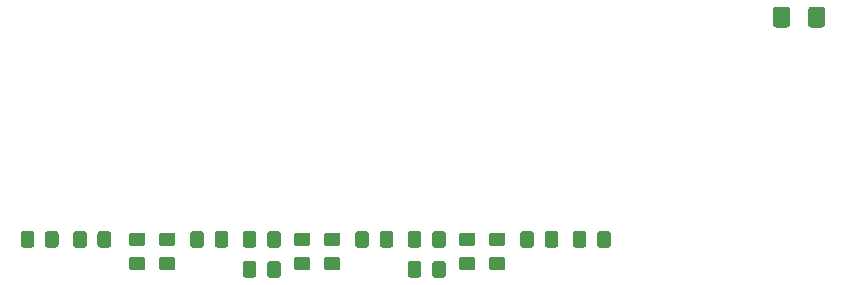
<source format=gbr>
G04 #@! TF.GenerationSoftware,KiCad,Pcbnew,(5.1.5)-3*
G04 #@! TF.CreationDate,2021-02-17T23:25:52-05:00*
G04 #@! TF.ProjectId,AM Bandpass Filter,414d2042-616e-4647-9061-73732046696c,rev?*
G04 #@! TF.SameCoordinates,Original*
G04 #@! TF.FileFunction,Paste,Top*
G04 #@! TF.FilePolarity,Positive*
%FSLAX46Y46*%
G04 Gerber Fmt 4.6, Leading zero omitted, Abs format (unit mm)*
G04 Created by KiCad (PCBNEW (5.1.5)-3) date 2021-02-17 23:25:52*
%MOMM*%
%LPD*%
G04 APERTURE LIST*
%ADD10C,0.100000*%
G04 APERTURE END LIST*
D10*
G36*
X211794504Y-77056204D02*
G01*
X211818773Y-77059804D01*
X211842571Y-77065765D01*
X211865671Y-77074030D01*
X211887849Y-77084520D01*
X211908893Y-77097133D01*
X211928598Y-77111747D01*
X211946777Y-77128223D01*
X211963253Y-77146402D01*
X211977867Y-77166107D01*
X211990480Y-77187151D01*
X212000970Y-77209329D01*
X212009235Y-77232429D01*
X212015196Y-77256227D01*
X212018796Y-77280496D01*
X212020000Y-77305000D01*
X212020000Y-78555000D01*
X212018796Y-78579504D01*
X212015196Y-78603773D01*
X212009235Y-78627571D01*
X212000970Y-78650671D01*
X211990480Y-78672849D01*
X211977867Y-78693893D01*
X211963253Y-78713598D01*
X211946777Y-78731777D01*
X211928598Y-78748253D01*
X211908893Y-78762867D01*
X211887849Y-78775480D01*
X211865671Y-78785970D01*
X211842571Y-78794235D01*
X211818773Y-78800196D01*
X211794504Y-78803796D01*
X211770000Y-78805000D01*
X210845000Y-78805000D01*
X210820496Y-78803796D01*
X210796227Y-78800196D01*
X210772429Y-78794235D01*
X210749329Y-78785970D01*
X210727151Y-78775480D01*
X210706107Y-78762867D01*
X210686402Y-78748253D01*
X210668223Y-78731777D01*
X210651747Y-78713598D01*
X210637133Y-78693893D01*
X210624520Y-78672849D01*
X210614030Y-78650671D01*
X210605765Y-78627571D01*
X210599804Y-78603773D01*
X210596204Y-78579504D01*
X210595000Y-78555000D01*
X210595000Y-77305000D01*
X210596204Y-77280496D01*
X210599804Y-77256227D01*
X210605765Y-77232429D01*
X210614030Y-77209329D01*
X210624520Y-77187151D01*
X210637133Y-77166107D01*
X210651747Y-77146402D01*
X210668223Y-77128223D01*
X210686402Y-77111747D01*
X210706107Y-77097133D01*
X210727151Y-77084520D01*
X210749329Y-77074030D01*
X210772429Y-77065765D01*
X210796227Y-77059804D01*
X210820496Y-77056204D01*
X210845000Y-77055000D01*
X211770000Y-77055000D01*
X211794504Y-77056204D01*
G37*
G36*
X208819504Y-77056204D02*
G01*
X208843773Y-77059804D01*
X208867571Y-77065765D01*
X208890671Y-77074030D01*
X208912849Y-77084520D01*
X208933893Y-77097133D01*
X208953598Y-77111747D01*
X208971777Y-77128223D01*
X208988253Y-77146402D01*
X209002867Y-77166107D01*
X209015480Y-77187151D01*
X209025970Y-77209329D01*
X209034235Y-77232429D01*
X209040196Y-77256227D01*
X209043796Y-77280496D01*
X209045000Y-77305000D01*
X209045000Y-78555000D01*
X209043796Y-78579504D01*
X209040196Y-78603773D01*
X209034235Y-78627571D01*
X209025970Y-78650671D01*
X209015480Y-78672849D01*
X209002867Y-78693893D01*
X208988253Y-78713598D01*
X208971777Y-78731777D01*
X208953598Y-78748253D01*
X208933893Y-78762867D01*
X208912849Y-78775480D01*
X208890671Y-78785970D01*
X208867571Y-78794235D01*
X208843773Y-78800196D01*
X208819504Y-78803796D01*
X208795000Y-78805000D01*
X207870000Y-78805000D01*
X207845496Y-78803796D01*
X207821227Y-78800196D01*
X207797429Y-78794235D01*
X207774329Y-78785970D01*
X207752151Y-78775480D01*
X207731107Y-78762867D01*
X207711402Y-78748253D01*
X207693223Y-78731777D01*
X207676747Y-78713598D01*
X207662133Y-78693893D01*
X207649520Y-78672849D01*
X207639030Y-78650671D01*
X207630765Y-78627571D01*
X207624804Y-78603773D01*
X207621204Y-78579504D01*
X207620000Y-78555000D01*
X207620000Y-77305000D01*
X207621204Y-77280496D01*
X207624804Y-77256227D01*
X207630765Y-77232429D01*
X207639030Y-77209329D01*
X207649520Y-77187151D01*
X207662133Y-77166107D01*
X207676747Y-77146402D01*
X207693223Y-77128223D01*
X207711402Y-77111747D01*
X207731107Y-77097133D01*
X207752151Y-77084520D01*
X207774329Y-77074030D01*
X207797429Y-77065765D01*
X207821227Y-77059804D01*
X207845496Y-77056204D01*
X207870000Y-77055000D01*
X208795000Y-77055000D01*
X208819504Y-77056204D01*
G37*
G36*
X179674505Y-98581204D02*
G01*
X179698773Y-98584804D01*
X179722572Y-98590765D01*
X179745671Y-98599030D01*
X179767850Y-98609520D01*
X179788893Y-98622132D01*
X179808599Y-98636747D01*
X179826777Y-98653223D01*
X179843253Y-98671401D01*
X179857868Y-98691107D01*
X179870480Y-98712150D01*
X179880970Y-98734329D01*
X179889235Y-98757428D01*
X179895196Y-98781227D01*
X179898796Y-98805495D01*
X179900000Y-98829999D01*
X179900000Y-99730001D01*
X179898796Y-99754505D01*
X179895196Y-99778773D01*
X179889235Y-99802572D01*
X179880970Y-99825671D01*
X179870480Y-99847850D01*
X179857868Y-99868893D01*
X179843253Y-99888599D01*
X179826777Y-99906777D01*
X179808599Y-99923253D01*
X179788893Y-99937868D01*
X179767850Y-99950480D01*
X179745671Y-99960970D01*
X179722572Y-99969235D01*
X179698773Y-99975196D01*
X179674505Y-99978796D01*
X179650001Y-99980000D01*
X178999999Y-99980000D01*
X178975495Y-99978796D01*
X178951227Y-99975196D01*
X178927428Y-99969235D01*
X178904329Y-99960970D01*
X178882150Y-99950480D01*
X178861107Y-99937868D01*
X178841401Y-99923253D01*
X178823223Y-99906777D01*
X178806747Y-99888599D01*
X178792132Y-99868893D01*
X178779520Y-99847850D01*
X178769030Y-99825671D01*
X178760765Y-99802572D01*
X178754804Y-99778773D01*
X178751204Y-99754505D01*
X178750000Y-99730001D01*
X178750000Y-98829999D01*
X178751204Y-98805495D01*
X178754804Y-98781227D01*
X178760765Y-98757428D01*
X178769030Y-98734329D01*
X178779520Y-98712150D01*
X178792132Y-98691107D01*
X178806747Y-98671401D01*
X178823223Y-98653223D01*
X178841401Y-98636747D01*
X178861107Y-98622132D01*
X178882150Y-98609520D01*
X178904329Y-98599030D01*
X178927428Y-98590765D01*
X178951227Y-98584804D01*
X178975495Y-98581204D01*
X178999999Y-98580000D01*
X179650001Y-98580000D01*
X179674505Y-98581204D01*
G37*
G36*
X177624505Y-98581204D02*
G01*
X177648773Y-98584804D01*
X177672572Y-98590765D01*
X177695671Y-98599030D01*
X177717850Y-98609520D01*
X177738893Y-98622132D01*
X177758599Y-98636747D01*
X177776777Y-98653223D01*
X177793253Y-98671401D01*
X177807868Y-98691107D01*
X177820480Y-98712150D01*
X177830970Y-98734329D01*
X177839235Y-98757428D01*
X177845196Y-98781227D01*
X177848796Y-98805495D01*
X177850000Y-98829999D01*
X177850000Y-99730001D01*
X177848796Y-99754505D01*
X177845196Y-99778773D01*
X177839235Y-99802572D01*
X177830970Y-99825671D01*
X177820480Y-99847850D01*
X177807868Y-99868893D01*
X177793253Y-99888599D01*
X177776777Y-99906777D01*
X177758599Y-99923253D01*
X177738893Y-99937868D01*
X177717850Y-99950480D01*
X177695671Y-99960970D01*
X177672572Y-99969235D01*
X177648773Y-99975196D01*
X177624505Y-99978796D01*
X177600001Y-99980000D01*
X176949999Y-99980000D01*
X176925495Y-99978796D01*
X176901227Y-99975196D01*
X176877428Y-99969235D01*
X176854329Y-99960970D01*
X176832150Y-99950480D01*
X176811107Y-99937868D01*
X176791401Y-99923253D01*
X176773223Y-99906777D01*
X176756747Y-99888599D01*
X176742132Y-99868893D01*
X176729520Y-99847850D01*
X176719030Y-99825671D01*
X176710765Y-99802572D01*
X176704804Y-99778773D01*
X176701204Y-99754505D01*
X176700000Y-99730001D01*
X176700000Y-98829999D01*
X176701204Y-98805495D01*
X176704804Y-98781227D01*
X176710765Y-98757428D01*
X176719030Y-98734329D01*
X176729520Y-98712150D01*
X176742132Y-98691107D01*
X176756747Y-98671401D01*
X176773223Y-98653223D01*
X176791401Y-98636747D01*
X176811107Y-98622132D01*
X176832150Y-98609520D01*
X176854329Y-98599030D01*
X176877428Y-98590765D01*
X176901227Y-98584804D01*
X176925495Y-98581204D01*
X176949999Y-98580000D01*
X177600001Y-98580000D01*
X177624505Y-98581204D01*
G37*
G36*
X165704505Y-98581204D02*
G01*
X165728773Y-98584804D01*
X165752572Y-98590765D01*
X165775671Y-98599030D01*
X165797850Y-98609520D01*
X165818893Y-98622132D01*
X165838599Y-98636747D01*
X165856777Y-98653223D01*
X165873253Y-98671401D01*
X165887868Y-98691107D01*
X165900480Y-98712150D01*
X165910970Y-98734329D01*
X165919235Y-98757428D01*
X165925196Y-98781227D01*
X165928796Y-98805495D01*
X165930000Y-98829999D01*
X165930000Y-99730001D01*
X165928796Y-99754505D01*
X165925196Y-99778773D01*
X165919235Y-99802572D01*
X165910970Y-99825671D01*
X165900480Y-99847850D01*
X165887868Y-99868893D01*
X165873253Y-99888599D01*
X165856777Y-99906777D01*
X165838599Y-99923253D01*
X165818893Y-99937868D01*
X165797850Y-99950480D01*
X165775671Y-99960970D01*
X165752572Y-99969235D01*
X165728773Y-99975196D01*
X165704505Y-99978796D01*
X165680001Y-99980000D01*
X165029999Y-99980000D01*
X165005495Y-99978796D01*
X164981227Y-99975196D01*
X164957428Y-99969235D01*
X164934329Y-99960970D01*
X164912150Y-99950480D01*
X164891107Y-99937868D01*
X164871401Y-99923253D01*
X164853223Y-99906777D01*
X164836747Y-99888599D01*
X164822132Y-99868893D01*
X164809520Y-99847850D01*
X164799030Y-99825671D01*
X164790765Y-99802572D01*
X164784804Y-99778773D01*
X164781204Y-99754505D01*
X164780000Y-99730001D01*
X164780000Y-98829999D01*
X164781204Y-98805495D01*
X164784804Y-98781227D01*
X164790765Y-98757428D01*
X164799030Y-98734329D01*
X164809520Y-98712150D01*
X164822132Y-98691107D01*
X164836747Y-98671401D01*
X164853223Y-98653223D01*
X164871401Y-98636747D01*
X164891107Y-98622132D01*
X164912150Y-98609520D01*
X164934329Y-98599030D01*
X164957428Y-98590765D01*
X164981227Y-98584804D01*
X165005495Y-98581204D01*
X165029999Y-98580000D01*
X165680001Y-98580000D01*
X165704505Y-98581204D01*
G37*
G36*
X163654505Y-98581204D02*
G01*
X163678773Y-98584804D01*
X163702572Y-98590765D01*
X163725671Y-98599030D01*
X163747850Y-98609520D01*
X163768893Y-98622132D01*
X163788599Y-98636747D01*
X163806777Y-98653223D01*
X163823253Y-98671401D01*
X163837868Y-98691107D01*
X163850480Y-98712150D01*
X163860970Y-98734329D01*
X163869235Y-98757428D01*
X163875196Y-98781227D01*
X163878796Y-98805495D01*
X163880000Y-98829999D01*
X163880000Y-99730001D01*
X163878796Y-99754505D01*
X163875196Y-99778773D01*
X163869235Y-99802572D01*
X163860970Y-99825671D01*
X163850480Y-99847850D01*
X163837868Y-99868893D01*
X163823253Y-99888599D01*
X163806777Y-99906777D01*
X163788599Y-99923253D01*
X163768893Y-99937868D01*
X163747850Y-99950480D01*
X163725671Y-99960970D01*
X163702572Y-99969235D01*
X163678773Y-99975196D01*
X163654505Y-99978796D01*
X163630001Y-99980000D01*
X162979999Y-99980000D01*
X162955495Y-99978796D01*
X162931227Y-99975196D01*
X162907428Y-99969235D01*
X162884329Y-99960970D01*
X162862150Y-99950480D01*
X162841107Y-99937868D01*
X162821401Y-99923253D01*
X162803223Y-99906777D01*
X162786747Y-99888599D01*
X162772132Y-99868893D01*
X162759520Y-99847850D01*
X162749030Y-99825671D01*
X162740765Y-99802572D01*
X162734804Y-99778773D01*
X162731204Y-99754505D01*
X162730000Y-99730001D01*
X162730000Y-98829999D01*
X162731204Y-98805495D01*
X162734804Y-98781227D01*
X162740765Y-98757428D01*
X162749030Y-98734329D01*
X162759520Y-98712150D01*
X162772132Y-98691107D01*
X162786747Y-98671401D01*
X162803223Y-98653223D01*
X162821401Y-98636747D01*
X162841107Y-98622132D01*
X162862150Y-98609520D01*
X162884329Y-98599030D01*
X162907428Y-98590765D01*
X162931227Y-98584804D01*
X162955495Y-98581204D01*
X162979999Y-98580000D01*
X163630001Y-98580000D01*
X163654505Y-98581204D01*
G37*
G36*
X179674505Y-96041204D02*
G01*
X179698773Y-96044804D01*
X179722572Y-96050765D01*
X179745671Y-96059030D01*
X179767850Y-96069520D01*
X179788893Y-96082132D01*
X179808599Y-96096747D01*
X179826777Y-96113223D01*
X179843253Y-96131401D01*
X179857868Y-96151107D01*
X179870480Y-96172150D01*
X179880970Y-96194329D01*
X179889235Y-96217428D01*
X179895196Y-96241227D01*
X179898796Y-96265495D01*
X179900000Y-96289999D01*
X179900000Y-97190001D01*
X179898796Y-97214505D01*
X179895196Y-97238773D01*
X179889235Y-97262572D01*
X179880970Y-97285671D01*
X179870480Y-97307850D01*
X179857868Y-97328893D01*
X179843253Y-97348599D01*
X179826777Y-97366777D01*
X179808599Y-97383253D01*
X179788893Y-97397868D01*
X179767850Y-97410480D01*
X179745671Y-97420970D01*
X179722572Y-97429235D01*
X179698773Y-97435196D01*
X179674505Y-97438796D01*
X179650001Y-97440000D01*
X178999999Y-97440000D01*
X178975495Y-97438796D01*
X178951227Y-97435196D01*
X178927428Y-97429235D01*
X178904329Y-97420970D01*
X178882150Y-97410480D01*
X178861107Y-97397868D01*
X178841401Y-97383253D01*
X178823223Y-97366777D01*
X178806747Y-97348599D01*
X178792132Y-97328893D01*
X178779520Y-97307850D01*
X178769030Y-97285671D01*
X178760765Y-97262572D01*
X178754804Y-97238773D01*
X178751204Y-97214505D01*
X178750000Y-97190001D01*
X178750000Y-96289999D01*
X178751204Y-96265495D01*
X178754804Y-96241227D01*
X178760765Y-96217428D01*
X178769030Y-96194329D01*
X178779520Y-96172150D01*
X178792132Y-96151107D01*
X178806747Y-96131401D01*
X178823223Y-96113223D01*
X178841401Y-96096747D01*
X178861107Y-96082132D01*
X178882150Y-96069520D01*
X178904329Y-96059030D01*
X178927428Y-96050765D01*
X178951227Y-96044804D01*
X178975495Y-96041204D01*
X178999999Y-96040000D01*
X179650001Y-96040000D01*
X179674505Y-96041204D01*
G37*
G36*
X177624505Y-96041204D02*
G01*
X177648773Y-96044804D01*
X177672572Y-96050765D01*
X177695671Y-96059030D01*
X177717850Y-96069520D01*
X177738893Y-96082132D01*
X177758599Y-96096747D01*
X177776777Y-96113223D01*
X177793253Y-96131401D01*
X177807868Y-96151107D01*
X177820480Y-96172150D01*
X177830970Y-96194329D01*
X177839235Y-96217428D01*
X177845196Y-96241227D01*
X177848796Y-96265495D01*
X177850000Y-96289999D01*
X177850000Y-97190001D01*
X177848796Y-97214505D01*
X177845196Y-97238773D01*
X177839235Y-97262572D01*
X177830970Y-97285671D01*
X177820480Y-97307850D01*
X177807868Y-97328893D01*
X177793253Y-97348599D01*
X177776777Y-97366777D01*
X177758599Y-97383253D01*
X177738893Y-97397868D01*
X177717850Y-97410480D01*
X177695671Y-97420970D01*
X177672572Y-97429235D01*
X177648773Y-97435196D01*
X177624505Y-97438796D01*
X177600001Y-97440000D01*
X176949999Y-97440000D01*
X176925495Y-97438796D01*
X176901227Y-97435196D01*
X176877428Y-97429235D01*
X176854329Y-97420970D01*
X176832150Y-97410480D01*
X176811107Y-97397868D01*
X176791401Y-97383253D01*
X176773223Y-97366777D01*
X176756747Y-97348599D01*
X176742132Y-97328893D01*
X176729520Y-97307850D01*
X176719030Y-97285671D01*
X176710765Y-97262572D01*
X176704804Y-97238773D01*
X176701204Y-97214505D01*
X176700000Y-97190001D01*
X176700000Y-96289999D01*
X176701204Y-96265495D01*
X176704804Y-96241227D01*
X176710765Y-96217428D01*
X176719030Y-96194329D01*
X176729520Y-96172150D01*
X176742132Y-96151107D01*
X176756747Y-96131401D01*
X176773223Y-96113223D01*
X176791401Y-96096747D01*
X176811107Y-96082132D01*
X176832150Y-96069520D01*
X176854329Y-96059030D01*
X176877428Y-96050765D01*
X176901227Y-96044804D01*
X176925495Y-96041204D01*
X176949999Y-96040000D01*
X177600001Y-96040000D01*
X177624505Y-96041204D01*
G37*
G36*
X193644505Y-96041204D02*
G01*
X193668773Y-96044804D01*
X193692572Y-96050765D01*
X193715671Y-96059030D01*
X193737850Y-96069520D01*
X193758893Y-96082132D01*
X193778599Y-96096747D01*
X193796777Y-96113223D01*
X193813253Y-96131401D01*
X193827868Y-96151107D01*
X193840480Y-96172150D01*
X193850970Y-96194329D01*
X193859235Y-96217428D01*
X193865196Y-96241227D01*
X193868796Y-96265495D01*
X193870000Y-96289999D01*
X193870000Y-97190001D01*
X193868796Y-97214505D01*
X193865196Y-97238773D01*
X193859235Y-97262572D01*
X193850970Y-97285671D01*
X193840480Y-97307850D01*
X193827868Y-97328893D01*
X193813253Y-97348599D01*
X193796777Y-97366777D01*
X193778599Y-97383253D01*
X193758893Y-97397868D01*
X193737850Y-97410480D01*
X193715671Y-97420970D01*
X193692572Y-97429235D01*
X193668773Y-97435196D01*
X193644505Y-97438796D01*
X193620001Y-97440000D01*
X192969999Y-97440000D01*
X192945495Y-97438796D01*
X192921227Y-97435196D01*
X192897428Y-97429235D01*
X192874329Y-97420970D01*
X192852150Y-97410480D01*
X192831107Y-97397868D01*
X192811401Y-97383253D01*
X192793223Y-97366777D01*
X192776747Y-97348599D01*
X192762132Y-97328893D01*
X192749520Y-97307850D01*
X192739030Y-97285671D01*
X192730765Y-97262572D01*
X192724804Y-97238773D01*
X192721204Y-97214505D01*
X192720000Y-97190001D01*
X192720000Y-96289999D01*
X192721204Y-96265495D01*
X192724804Y-96241227D01*
X192730765Y-96217428D01*
X192739030Y-96194329D01*
X192749520Y-96172150D01*
X192762132Y-96151107D01*
X192776747Y-96131401D01*
X192793223Y-96113223D01*
X192811401Y-96096747D01*
X192831107Y-96082132D01*
X192852150Y-96069520D01*
X192874329Y-96059030D01*
X192897428Y-96050765D01*
X192921227Y-96044804D01*
X192945495Y-96041204D01*
X192969999Y-96040000D01*
X193620001Y-96040000D01*
X193644505Y-96041204D01*
G37*
G36*
X191594505Y-96041204D02*
G01*
X191618773Y-96044804D01*
X191642572Y-96050765D01*
X191665671Y-96059030D01*
X191687850Y-96069520D01*
X191708893Y-96082132D01*
X191728599Y-96096747D01*
X191746777Y-96113223D01*
X191763253Y-96131401D01*
X191777868Y-96151107D01*
X191790480Y-96172150D01*
X191800970Y-96194329D01*
X191809235Y-96217428D01*
X191815196Y-96241227D01*
X191818796Y-96265495D01*
X191820000Y-96289999D01*
X191820000Y-97190001D01*
X191818796Y-97214505D01*
X191815196Y-97238773D01*
X191809235Y-97262572D01*
X191800970Y-97285671D01*
X191790480Y-97307850D01*
X191777868Y-97328893D01*
X191763253Y-97348599D01*
X191746777Y-97366777D01*
X191728599Y-97383253D01*
X191708893Y-97397868D01*
X191687850Y-97410480D01*
X191665671Y-97420970D01*
X191642572Y-97429235D01*
X191618773Y-97435196D01*
X191594505Y-97438796D01*
X191570001Y-97440000D01*
X190919999Y-97440000D01*
X190895495Y-97438796D01*
X190871227Y-97435196D01*
X190847428Y-97429235D01*
X190824329Y-97420970D01*
X190802150Y-97410480D01*
X190781107Y-97397868D01*
X190761401Y-97383253D01*
X190743223Y-97366777D01*
X190726747Y-97348599D01*
X190712132Y-97328893D01*
X190699520Y-97307850D01*
X190689030Y-97285671D01*
X190680765Y-97262572D01*
X190674804Y-97238773D01*
X190671204Y-97214505D01*
X190670000Y-97190001D01*
X190670000Y-96289999D01*
X190671204Y-96265495D01*
X190674804Y-96241227D01*
X190680765Y-96217428D01*
X190689030Y-96194329D01*
X190699520Y-96172150D01*
X190712132Y-96151107D01*
X190726747Y-96131401D01*
X190743223Y-96113223D01*
X190761401Y-96096747D01*
X190781107Y-96082132D01*
X190802150Y-96069520D01*
X190824329Y-96059030D01*
X190847428Y-96050765D01*
X190871227Y-96044804D01*
X190895495Y-96041204D01*
X190919999Y-96040000D01*
X191570001Y-96040000D01*
X191594505Y-96041204D01*
G37*
G36*
X184734505Y-98216204D02*
G01*
X184758773Y-98219804D01*
X184782572Y-98225765D01*
X184805671Y-98234030D01*
X184827850Y-98244520D01*
X184848893Y-98257132D01*
X184868599Y-98271747D01*
X184886777Y-98288223D01*
X184903253Y-98306401D01*
X184917868Y-98326107D01*
X184930480Y-98347150D01*
X184940970Y-98369329D01*
X184949235Y-98392428D01*
X184955196Y-98416227D01*
X184958796Y-98440495D01*
X184960000Y-98464999D01*
X184960000Y-99115001D01*
X184958796Y-99139505D01*
X184955196Y-99163773D01*
X184949235Y-99187572D01*
X184940970Y-99210671D01*
X184930480Y-99232850D01*
X184917868Y-99253893D01*
X184903253Y-99273599D01*
X184886777Y-99291777D01*
X184868599Y-99308253D01*
X184848893Y-99322868D01*
X184827850Y-99335480D01*
X184805671Y-99345970D01*
X184782572Y-99354235D01*
X184758773Y-99360196D01*
X184734505Y-99363796D01*
X184710001Y-99365000D01*
X183809999Y-99365000D01*
X183785495Y-99363796D01*
X183761227Y-99360196D01*
X183737428Y-99354235D01*
X183714329Y-99345970D01*
X183692150Y-99335480D01*
X183671107Y-99322868D01*
X183651401Y-99308253D01*
X183633223Y-99291777D01*
X183616747Y-99273599D01*
X183602132Y-99253893D01*
X183589520Y-99232850D01*
X183579030Y-99210671D01*
X183570765Y-99187572D01*
X183564804Y-99163773D01*
X183561204Y-99139505D01*
X183560000Y-99115001D01*
X183560000Y-98464999D01*
X183561204Y-98440495D01*
X183564804Y-98416227D01*
X183570765Y-98392428D01*
X183579030Y-98369329D01*
X183589520Y-98347150D01*
X183602132Y-98326107D01*
X183616747Y-98306401D01*
X183633223Y-98288223D01*
X183651401Y-98271747D01*
X183671107Y-98257132D01*
X183692150Y-98244520D01*
X183714329Y-98234030D01*
X183737428Y-98225765D01*
X183761227Y-98219804D01*
X183785495Y-98216204D01*
X183809999Y-98215000D01*
X184710001Y-98215000D01*
X184734505Y-98216204D01*
G37*
G36*
X184734505Y-96166204D02*
G01*
X184758773Y-96169804D01*
X184782572Y-96175765D01*
X184805671Y-96184030D01*
X184827850Y-96194520D01*
X184848893Y-96207132D01*
X184868599Y-96221747D01*
X184886777Y-96238223D01*
X184903253Y-96256401D01*
X184917868Y-96276107D01*
X184930480Y-96297150D01*
X184940970Y-96319329D01*
X184949235Y-96342428D01*
X184955196Y-96366227D01*
X184958796Y-96390495D01*
X184960000Y-96414999D01*
X184960000Y-97065001D01*
X184958796Y-97089505D01*
X184955196Y-97113773D01*
X184949235Y-97137572D01*
X184940970Y-97160671D01*
X184930480Y-97182850D01*
X184917868Y-97203893D01*
X184903253Y-97223599D01*
X184886777Y-97241777D01*
X184868599Y-97258253D01*
X184848893Y-97272868D01*
X184827850Y-97285480D01*
X184805671Y-97295970D01*
X184782572Y-97304235D01*
X184758773Y-97310196D01*
X184734505Y-97313796D01*
X184710001Y-97315000D01*
X183809999Y-97315000D01*
X183785495Y-97313796D01*
X183761227Y-97310196D01*
X183737428Y-97304235D01*
X183714329Y-97295970D01*
X183692150Y-97285480D01*
X183671107Y-97272868D01*
X183651401Y-97258253D01*
X183633223Y-97241777D01*
X183616747Y-97223599D01*
X183602132Y-97203893D01*
X183589520Y-97182850D01*
X183579030Y-97160671D01*
X183570765Y-97137572D01*
X183564804Y-97113773D01*
X183561204Y-97089505D01*
X183560000Y-97065001D01*
X183560000Y-96414999D01*
X183561204Y-96390495D01*
X183564804Y-96366227D01*
X183570765Y-96342428D01*
X183579030Y-96319329D01*
X183589520Y-96297150D01*
X183602132Y-96276107D01*
X183616747Y-96256401D01*
X183633223Y-96238223D01*
X183651401Y-96221747D01*
X183671107Y-96207132D01*
X183692150Y-96194520D01*
X183714329Y-96184030D01*
X183737428Y-96175765D01*
X183761227Y-96169804D01*
X183785495Y-96166204D01*
X183809999Y-96165000D01*
X184710001Y-96165000D01*
X184734505Y-96166204D01*
G37*
G36*
X170764505Y-98216204D02*
G01*
X170788773Y-98219804D01*
X170812572Y-98225765D01*
X170835671Y-98234030D01*
X170857850Y-98244520D01*
X170878893Y-98257132D01*
X170898599Y-98271747D01*
X170916777Y-98288223D01*
X170933253Y-98306401D01*
X170947868Y-98326107D01*
X170960480Y-98347150D01*
X170970970Y-98369329D01*
X170979235Y-98392428D01*
X170985196Y-98416227D01*
X170988796Y-98440495D01*
X170990000Y-98464999D01*
X170990000Y-99115001D01*
X170988796Y-99139505D01*
X170985196Y-99163773D01*
X170979235Y-99187572D01*
X170970970Y-99210671D01*
X170960480Y-99232850D01*
X170947868Y-99253893D01*
X170933253Y-99273599D01*
X170916777Y-99291777D01*
X170898599Y-99308253D01*
X170878893Y-99322868D01*
X170857850Y-99335480D01*
X170835671Y-99345970D01*
X170812572Y-99354235D01*
X170788773Y-99360196D01*
X170764505Y-99363796D01*
X170740001Y-99365000D01*
X169839999Y-99365000D01*
X169815495Y-99363796D01*
X169791227Y-99360196D01*
X169767428Y-99354235D01*
X169744329Y-99345970D01*
X169722150Y-99335480D01*
X169701107Y-99322868D01*
X169681401Y-99308253D01*
X169663223Y-99291777D01*
X169646747Y-99273599D01*
X169632132Y-99253893D01*
X169619520Y-99232850D01*
X169609030Y-99210671D01*
X169600765Y-99187572D01*
X169594804Y-99163773D01*
X169591204Y-99139505D01*
X169590000Y-99115001D01*
X169590000Y-98464999D01*
X169591204Y-98440495D01*
X169594804Y-98416227D01*
X169600765Y-98392428D01*
X169609030Y-98369329D01*
X169619520Y-98347150D01*
X169632132Y-98326107D01*
X169646747Y-98306401D01*
X169663223Y-98288223D01*
X169681401Y-98271747D01*
X169701107Y-98257132D01*
X169722150Y-98244520D01*
X169744329Y-98234030D01*
X169767428Y-98225765D01*
X169791227Y-98219804D01*
X169815495Y-98216204D01*
X169839999Y-98215000D01*
X170740001Y-98215000D01*
X170764505Y-98216204D01*
G37*
G36*
X170764505Y-96166204D02*
G01*
X170788773Y-96169804D01*
X170812572Y-96175765D01*
X170835671Y-96184030D01*
X170857850Y-96194520D01*
X170878893Y-96207132D01*
X170898599Y-96221747D01*
X170916777Y-96238223D01*
X170933253Y-96256401D01*
X170947868Y-96276107D01*
X170960480Y-96297150D01*
X170970970Y-96319329D01*
X170979235Y-96342428D01*
X170985196Y-96366227D01*
X170988796Y-96390495D01*
X170990000Y-96414999D01*
X170990000Y-97065001D01*
X170988796Y-97089505D01*
X170985196Y-97113773D01*
X170979235Y-97137572D01*
X170970970Y-97160671D01*
X170960480Y-97182850D01*
X170947868Y-97203893D01*
X170933253Y-97223599D01*
X170916777Y-97241777D01*
X170898599Y-97258253D01*
X170878893Y-97272868D01*
X170857850Y-97285480D01*
X170835671Y-97295970D01*
X170812572Y-97304235D01*
X170788773Y-97310196D01*
X170764505Y-97313796D01*
X170740001Y-97315000D01*
X169839999Y-97315000D01*
X169815495Y-97313796D01*
X169791227Y-97310196D01*
X169767428Y-97304235D01*
X169744329Y-97295970D01*
X169722150Y-97285480D01*
X169701107Y-97272868D01*
X169681401Y-97258253D01*
X169663223Y-97241777D01*
X169646747Y-97223599D01*
X169632132Y-97203893D01*
X169619520Y-97182850D01*
X169609030Y-97160671D01*
X169600765Y-97137572D01*
X169594804Y-97113773D01*
X169591204Y-97089505D01*
X169590000Y-97065001D01*
X169590000Y-96414999D01*
X169591204Y-96390495D01*
X169594804Y-96366227D01*
X169600765Y-96342428D01*
X169609030Y-96319329D01*
X169619520Y-96297150D01*
X169632132Y-96276107D01*
X169646747Y-96256401D01*
X169663223Y-96238223D01*
X169681401Y-96221747D01*
X169701107Y-96207132D01*
X169722150Y-96194520D01*
X169744329Y-96184030D01*
X169767428Y-96175765D01*
X169791227Y-96169804D01*
X169815495Y-96166204D01*
X169839999Y-96165000D01*
X170740001Y-96165000D01*
X170764505Y-96166204D01*
G37*
G36*
X165704505Y-96041204D02*
G01*
X165728773Y-96044804D01*
X165752572Y-96050765D01*
X165775671Y-96059030D01*
X165797850Y-96069520D01*
X165818893Y-96082132D01*
X165838599Y-96096747D01*
X165856777Y-96113223D01*
X165873253Y-96131401D01*
X165887868Y-96151107D01*
X165900480Y-96172150D01*
X165910970Y-96194329D01*
X165919235Y-96217428D01*
X165925196Y-96241227D01*
X165928796Y-96265495D01*
X165930000Y-96289999D01*
X165930000Y-97190001D01*
X165928796Y-97214505D01*
X165925196Y-97238773D01*
X165919235Y-97262572D01*
X165910970Y-97285671D01*
X165900480Y-97307850D01*
X165887868Y-97328893D01*
X165873253Y-97348599D01*
X165856777Y-97366777D01*
X165838599Y-97383253D01*
X165818893Y-97397868D01*
X165797850Y-97410480D01*
X165775671Y-97420970D01*
X165752572Y-97429235D01*
X165728773Y-97435196D01*
X165704505Y-97438796D01*
X165680001Y-97440000D01*
X165029999Y-97440000D01*
X165005495Y-97438796D01*
X164981227Y-97435196D01*
X164957428Y-97429235D01*
X164934329Y-97420970D01*
X164912150Y-97410480D01*
X164891107Y-97397868D01*
X164871401Y-97383253D01*
X164853223Y-97366777D01*
X164836747Y-97348599D01*
X164822132Y-97328893D01*
X164809520Y-97307850D01*
X164799030Y-97285671D01*
X164790765Y-97262572D01*
X164784804Y-97238773D01*
X164781204Y-97214505D01*
X164780000Y-97190001D01*
X164780000Y-96289999D01*
X164781204Y-96265495D01*
X164784804Y-96241227D01*
X164790765Y-96217428D01*
X164799030Y-96194329D01*
X164809520Y-96172150D01*
X164822132Y-96151107D01*
X164836747Y-96131401D01*
X164853223Y-96113223D01*
X164871401Y-96096747D01*
X164891107Y-96082132D01*
X164912150Y-96069520D01*
X164934329Y-96059030D01*
X164957428Y-96050765D01*
X164981227Y-96044804D01*
X165005495Y-96041204D01*
X165029999Y-96040000D01*
X165680001Y-96040000D01*
X165704505Y-96041204D01*
G37*
G36*
X163654505Y-96041204D02*
G01*
X163678773Y-96044804D01*
X163702572Y-96050765D01*
X163725671Y-96059030D01*
X163747850Y-96069520D01*
X163768893Y-96082132D01*
X163788599Y-96096747D01*
X163806777Y-96113223D01*
X163823253Y-96131401D01*
X163837868Y-96151107D01*
X163850480Y-96172150D01*
X163860970Y-96194329D01*
X163869235Y-96217428D01*
X163875196Y-96241227D01*
X163878796Y-96265495D01*
X163880000Y-96289999D01*
X163880000Y-97190001D01*
X163878796Y-97214505D01*
X163875196Y-97238773D01*
X163869235Y-97262572D01*
X163860970Y-97285671D01*
X163850480Y-97307850D01*
X163837868Y-97328893D01*
X163823253Y-97348599D01*
X163806777Y-97366777D01*
X163788599Y-97383253D01*
X163768893Y-97397868D01*
X163747850Y-97410480D01*
X163725671Y-97420970D01*
X163702572Y-97429235D01*
X163678773Y-97435196D01*
X163654505Y-97438796D01*
X163630001Y-97440000D01*
X162979999Y-97440000D01*
X162955495Y-97438796D01*
X162931227Y-97435196D01*
X162907428Y-97429235D01*
X162884329Y-97420970D01*
X162862150Y-97410480D01*
X162841107Y-97397868D01*
X162821401Y-97383253D01*
X162803223Y-97366777D01*
X162786747Y-97348599D01*
X162772132Y-97328893D01*
X162759520Y-97307850D01*
X162749030Y-97285671D01*
X162740765Y-97262572D01*
X162734804Y-97238773D01*
X162731204Y-97214505D01*
X162730000Y-97190001D01*
X162730000Y-96289999D01*
X162731204Y-96265495D01*
X162734804Y-96241227D01*
X162740765Y-96217428D01*
X162749030Y-96194329D01*
X162759520Y-96172150D01*
X162772132Y-96151107D01*
X162786747Y-96131401D01*
X162803223Y-96113223D01*
X162821401Y-96096747D01*
X162841107Y-96082132D01*
X162862150Y-96069520D01*
X162884329Y-96059030D01*
X162907428Y-96050765D01*
X162931227Y-96044804D01*
X162955495Y-96041204D01*
X162979999Y-96040000D01*
X163630001Y-96040000D01*
X163654505Y-96041204D01*
G37*
G36*
X156794505Y-98216204D02*
G01*
X156818773Y-98219804D01*
X156842572Y-98225765D01*
X156865671Y-98234030D01*
X156887850Y-98244520D01*
X156908893Y-98257132D01*
X156928599Y-98271747D01*
X156946777Y-98288223D01*
X156963253Y-98306401D01*
X156977868Y-98326107D01*
X156990480Y-98347150D01*
X157000970Y-98369329D01*
X157009235Y-98392428D01*
X157015196Y-98416227D01*
X157018796Y-98440495D01*
X157020000Y-98464999D01*
X157020000Y-99115001D01*
X157018796Y-99139505D01*
X157015196Y-99163773D01*
X157009235Y-99187572D01*
X157000970Y-99210671D01*
X156990480Y-99232850D01*
X156977868Y-99253893D01*
X156963253Y-99273599D01*
X156946777Y-99291777D01*
X156928599Y-99308253D01*
X156908893Y-99322868D01*
X156887850Y-99335480D01*
X156865671Y-99345970D01*
X156842572Y-99354235D01*
X156818773Y-99360196D01*
X156794505Y-99363796D01*
X156770001Y-99365000D01*
X155869999Y-99365000D01*
X155845495Y-99363796D01*
X155821227Y-99360196D01*
X155797428Y-99354235D01*
X155774329Y-99345970D01*
X155752150Y-99335480D01*
X155731107Y-99322868D01*
X155711401Y-99308253D01*
X155693223Y-99291777D01*
X155676747Y-99273599D01*
X155662132Y-99253893D01*
X155649520Y-99232850D01*
X155639030Y-99210671D01*
X155630765Y-99187572D01*
X155624804Y-99163773D01*
X155621204Y-99139505D01*
X155620000Y-99115001D01*
X155620000Y-98464999D01*
X155621204Y-98440495D01*
X155624804Y-98416227D01*
X155630765Y-98392428D01*
X155639030Y-98369329D01*
X155649520Y-98347150D01*
X155662132Y-98326107D01*
X155676747Y-98306401D01*
X155693223Y-98288223D01*
X155711401Y-98271747D01*
X155731107Y-98257132D01*
X155752150Y-98244520D01*
X155774329Y-98234030D01*
X155797428Y-98225765D01*
X155821227Y-98219804D01*
X155845495Y-98216204D01*
X155869999Y-98215000D01*
X156770001Y-98215000D01*
X156794505Y-98216204D01*
G37*
G36*
X156794505Y-96166204D02*
G01*
X156818773Y-96169804D01*
X156842572Y-96175765D01*
X156865671Y-96184030D01*
X156887850Y-96194520D01*
X156908893Y-96207132D01*
X156928599Y-96221747D01*
X156946777Y-96238223D01*
X156963253Y-96256401D01*
X156977868Y-96276107D01*
X156990480Y-96297150D01*
X157000970Y-96319329D01*
X157009235Y-96342428D01*
X157015196Y-96366227D01*
X157018796Y-96390495D01*
X157020000Y-96414999D01*
X157020000Y-97065001D01*
X157018796Y-97089505D01*
X157015196Y-97113773D01*
X157009235Y-97137572D01*
X157000970Y-97160671D01*
X156990480Y-97182850D01*
X156977868Y-97203893D01*
X156963253Y-97223599D01*
X156946777Y-97241777D01*
X156928599Y-97258253D01*
X156908893Y-97272868D01*
X156887850Y-97285480D01*
X156865671Y-97295970D01*
X156842572Y-97304235D01*
X156818773Y-97310196D01*
X156794505Y-97313796D01*
X156770001Y-97315000D01*
X155869999Y-97315000D01*
X155845495Y-97313796D01*
X155821227Y-97310196D01*
X155797428Y-97304235D01*
X155774329Y-97295970D01*
X155752150Y-97285480D01*
X155731107Y-97272868D01*
X155711401Y-97258253D01*
X155693223Y-97241777D01*
X155676747Y-97223599D01*
X155662132Y-97203893D01*
X155649520Y-97182850D01*
X155639030Y-97160671D01*
X155630765Y-97137572D01*
X155624804Y-97113773D01*
X155621204Y-97089505D01*
X155620000Y-97065001D01*
X155620000Y-96414999D01*
X155621204Y-96390495D01*
X155624804Y-96366227D01*
X155630765Y-96342428D01*
X155639030Y-96319329D01*
X155649520Y-96297150D01*
X155662132Y-96276107D01*
X155676747Y-96256401D01*
X155693223Y-96238223D01*
X155711401Y-96221747D01*
X155731107Y-96207132D01*
X155752150Y-96194520D01*
X155774329Y-96184030D01*
X155797428Y-96175765D01*
X155821227Y-96169804D01*
X155845495Y-96166204D01*
X155869999Y-96165000D01*
X156770001Y-96165000D01*
X156794505Y-96166204D01*
G37*
G36*
X151344505Y-96041204D02*
G01*
X151368773Y-96044804D01*
X151392572Y-96050765D01*
X151415671Y-96059030D01*
X151437850Y-96069520D01*
X151458893Y-96082132D01*
X151478599Y-96096747D01*
X151496777Y-96113223D01*
X151513253Y-96131401D01*
X151527868Y-96151107D01*
X151540480Y-96172150D01*
X151550970Y-96194329D01*
X151559235Y-96217428D01*
X151565196Y-96241227D01*
X151568796Y-96265495D01*
X151570000Y-96289999D01*
X151570000Y-97190001D01*
X151568796Y-97214505D01*
X151565196Y-97238773D01*
X151559235Y-97262572D01*
X151550970Y-97285671D01*
X151540480Y-97307850D01*
X151527868Y-97328893D01*
X151513253Y-97348599D01*
X151496777Y-97366777D01*
X151478599Y-97383253D01*
X151458893Y-97397868D01*
X151437850Y-97410480D01*
X151415671Y-97420970D01*
X151392572Y-97429235D01*
X151368773Y-97435196D01*
X151344505Y-97438796D01*
X151320001Y-97440000D01*
X150669999Y-97440000D01*
X150645495Y-97438796D01*
X150621227Y-97435196D01*
X150597428Y-97429235D01*
X150574329Y-97420970D01*
X150552150Y-97410480D01*
X150531107Y-97397868D01*
X150511401Y-97383253D01*
X150493223Y-97366777D01*
X150476747Y-97348599D01*
X150462132Y-97328893D01*
X150449520Y-97307850D01*
X150439030Y-97285671D01*
X150430765Y-97262572D01*
X150424804Y-97238773D01*
X150421204Y-97214505D01*
X150420000Y-97190001D01*
X150420000Y-96289999D01*
X150421204Y-96265495D01*
X150424804Y-96241227D01*
X150430765Y-96217428D01*
X150439030Y-96194329D01*
X150449520Y-96172150D01*
X150462132Y-96151107D01*
X150476747Y-96131401D01*
X150493223Y-96113223D01*
X150511401Y-96096747D01*
X150531107Y-96082132D01*
X150552150Y-96069520D01*
X150574329Y-96059030D01*
X150597428Y-96050765D01*
X150621227Y-96044804D01*
X150645495Y-96041204D01*
X150669999Y-96040000D01*
X151320001Y-96040000D01*
X151344505Y-96041204D01*
G37*
G36*
X149294505Y-96041204D02*
G01*
X149318773Y-96044804D01*
X149342572Y-96050765D01*
X149365671Y-96059030D01*
X149387850Y-96069520D01*
X149408893Y-96082132D01*
X149428599Y-96096747D01*
X149446777Y-96113223D01*
X149463253Y-96131401D01*
X149477868Y-96151107D01*
X149490480Y-96172150D01*
X149500970Y-96194329D01*
X149509235Y-96217428D01*
X149515196Y-96241227D01*
X149518796Y-96265495D01*
X149520000Y-96289999D01*
X149520000Y-97190001D01*
X149518796Y-97214505D01*
X149515196Y-97238773D01*
X149509235Y-97262572D01*
X149500970Y-97285671D01*
X149490480Y-97307850D01*
X149477868Y-97328893D01*
X149463253Y-97348599D01*
X149446777Y-97366777D01*
X149428599Y-97383253D01*
X149408893Y-97397868D01*
X149387850Y-97410480D01*
X149365671Y-97420970D01*
X149342572Y-97429235D01*
X149318773Y-97435196D01*
X149294505Y-97438796D01*
X149270001Y-97440000D01*
X148619999Y-97440000D01*
X148595495Y-97438796D01*
X148571227Y-97435196D01*
X148547428Y-97429235D01*
X148524329Y-97420970D01*
X148502150Y-97410480D01*
X148481107Y-97397868D01*
X148461401Y-97383253D01*
X148443223Y-97366777D01*
X148426747Y-97348599D01*
X148412132Y-97328893D01*
X148399520Y-97307850D01*
X148389030Y-97285671D01*
X148380765Y-97262572D01*
X148374804Y-97238773D01*
X148371204Y-97214505D01*
X148370000Y-97190001D01*
X148370000Y-96289999D01*
X148371204Y-96265495D01*
X148374804Y-96241227D01*
X148380765Y-96217428D01*
X148389030Y-96194329D01*
X148399520Y-96172150D01*
X148412132Y-96151107D01*
X148426747Y-96131401D01*
X148443223Y-96113223D01*
X148461401Y-96096747D01*
X148481107Y-96082132D01*
X148502150Y-96069520D01*
X148524329Y-96059030D01*
X148547428Y-96050765D01*
X148571227Y-96044804D01*
X148595495Y-96041204D01*
X148619999Y-96040000D01*
X149270001Y-96040000D01*
X149294505Y-96041204D01*
G37*
G36*
X187149505Y-96041204D02*
G01*
X187173773Y-96044804D01*
X187197572Y-96050765D01*
X187220671Y-96059030D01*
X187242850Y-96069520D01*
X187263893Y-96082132D01*
X187283599Y-96096747D01*
X187301777Y-96113223D01*
X187318253Y-96131401D01*
X187332868Y-96151107D01*
X187345480Y-96172150D01*
X187355970Y-96194329D01*
X187364235Y-96217428D01*
X187370196Y-96241227D01*
X187373796Y-96265495D01*
X187375000Y-96289999D01*
X187375000Y-97190001D01*
X187373796Y-97214505D01*
X187370196Y-97238773D01*
X187364235Y-97262572D01*
X187355970Y-97285671D01*
X187345480Y-97307850D01*
X187332868Y-97328893D01*
X187318253Y-97348599D01*
X187301777Y-97366777D01*
X187283599Y-97383253D01*
X187263893Y-97397868D01*
X187242850Y-97410480D01*
X187220671Y-97420970D01*
X187197572Y-97429235D01*
X187173773Y-97435196D01*
X187149505Y-97438796D01*
X187125001Y-97440000D01*
X186474999Y-97440000D01*
X186450495Y-97438796D01*
X186426227Y-97435196D01*
X186402428Y-97429235D01*
X186379329Y-97420970D01*
X186357150Y-97410480D01*
X186336107Y-97397868D01*
X186316401Y-97383253D01*
X186298223Y-97366777D01*
X186281747Y-97348599D01*
X186267132Y-97328893D01*
X186254520Y-97307850D01*
X186244030Y-97285671D01*
X186235765Y-97262572D01*
X186229804Y-97238773D01*
X186226204Y-97214505D01*
X186225000Y-97190001D01*
X186225000Y-96289999D01*
X186226204Y-96265495D01*
X186229804Y-96241227D01*
X186235765Y-96217428D01*
X186244030Y-96194329D01*
X186254520Y-96172150D01*
X186267132Y-96151107D01*
X186281747Y-96131401D01*
X186298223Y-96113223D01*
X186316401Y-96096747D01*
X186336107Y-96082132D01*
X186357150Y-96069520D01*
X186379329Y-96059030D01*
X186402428Y-96050765D01*
X186426227Y-96044804D01*
X186450495Y-96041204D01*
X186474999Y-96040000D01*
X187125001Y-96040000D01*
X187149505Y-96041204D01*
G37*
G36*
X189199505Y-96041204D02*
G01*
X189223773Y-96044804D01*
X189247572Y-96050765D01*
X189270671Y-96059030D01*
X189292850Y-96069520D01*
X189313893Y-96082132D01*
X189333599Y-96096747D01*
X189351777Y-96113223D01*
X189368253Y-96131401D01*
X189382868Y-96151107D01*
X189395480Y-96172150D01*
X189405970Y-96194329D01*
X189414235Y-96217428D01*
X189420196Y-96241227D01*
X189423796Y-96265495D01*
X189425000Y-96289999D01*
X189425000Y-97190001D01*
X189423796Y-97214505D01*
X189420196Y-97238773D01*
X189414235Y-97262572D01*
X189405970Y-97285671D01*
X189395480Y-97307850D01*
X189382868Y-97328893D01*
X189368253Y-97348599D01*
X189351777Y-97366777D01*
X189333599Y-97383253D01*
X189313893Y-97397868D01*
X189292850Y-97410480D01*
X189270671Y-97420970D01*
X189247572Y-97429235D01*
X189223773Y-97435196D01*
X189199505Y-97438796D01*
X189175001Y-97440000D01*
X188524999Y-97440000D01*
X188500495Y-97438796D01*
X188476227Y-97435196D01*
X188452428Y-97429235D01*
X188429329Y-97420970D01*
X188407150Y-97410480D01*
X188386107Y-97397868D01*
X188366401Y-97383253D01*
X188348223Y-97366777D01*
X188331747Y-97348599D01*
X188317132Y-97328893D01*
X188304520Y-97307850D01*
X188294030Y-97285671D01*
X188285765Y-97262572D01*
X188279804Y-97238773D01*
X188276204Y-97214505D01*
X188275000Y-97190001D01*
X188275000Y-96289999D01*
X188276204Y-96265495D01*
X188279804Y-96241227D01*
X188285765Y-96217428D01*
X188294030Y-96194329D01*
X188304520Y-96172150D01*
X188317132Y-96151107D01*
X188331747Y-96131401D01*
X188348223Y-96113223D01*
X188366401Y-96096747D01*
X188386107Y-96082132D01*
X188407150Y-96069520D01*
X188429329Y-96059030D01*
X188452428Y-96050765D01*
X188476227Y-96044804D01*
X188500495Y-96041204D01*
X188524999Y-96040000D01*
X189175001Y-96040000D01*
X189199505Y-96041204D01*
G37*
G36*
X182194505Y-96166204D02*
G01*
X182218773Y-96169804D01*
X182242572Y-96175765D01*
X182265671Y-96184030D01*
X182287850Y-96194520D01*
X182308893Y-96207132D01*
X182328599Y-96221747D01*
X182346777Y-96238223D01*
X182363253Y-96256401D01*
X182377868Y-96276107D01*
X182390480Y-96297150D01*
X182400970Y-96319329D01*
X182409235Y-96342428D01*
X182415196Y-96366227D01*
X182418796Y-96390495D01*
X182420000Y-96414999D01*
X182420000Y-97065001D01*
X182418796Y-97089505D01*
X182415196Y-97113773D01*
X182409235Y-97137572D01*
X182400970Y-97160671D01*
X182390480Y-97182850D01*
X182377868Y-97203893D01*
X182363253Y-97223599D01*
X182346777Y-97241777D01*
X182328599Y-97258253D01*
X182308893Y-97272868D01*
X182287850Y-97285480D01*
X182265671Y-97295970D01*
X182242572Y-97304235D01*
X182218773Y-97310196D01*
X182194505Y-97313796D01*
X182170001Y-97315000D01*
X181269999Y-97315000D01*
X181245495Y-97313796D01*
X181221227Y-97310196D01*
X181197428Y-97304235D01*
X181174329Y-97295970D01*
X181152150Y-97285480D01*
X181131107Y-97272868D01*
X181111401Y-97258253D01*
X181093223Y-97241777D01*
X181076747Y-97223599D01*
X181062132Y-97203893D01*
X181049520Y-97182850D01*
X181039030Y-97160671D01*
X181030765Y-97137572D01*
X181024804Y-97113773D01*
X181021204Y-97089505D01*
X181020000Y-97065001D01*
X181020000Y-96414999D01*
X181021204Y-96390495D01*
X181024804Y-96366227D01*
X181030765Y-96342428D01*
X181039030Y-96319329D01*
X181049520Y-96297150D01*
X181062132Y-96276107D01*
X181076747Y-96256401D01*
X181093223Y-96238223D01*
X181111401Y-96221747D01*
X181131107Y-96207132D01*
X181152150Y-96194520D01*
X181174329Y-96184030D01*
X181197428Y-96175765D01*
X181221227Y-96169804D01*
X181245495Y-96166204D01*
X181269999Y-96165000D01*
X182170001Y-96165000D01*
X182194505Y-96166204D01*
G37*
G36*
X182194505Y-98216204D02*
G01*
X182218773Y-98219804D01*
X182242572Y-98225765D01*
X182265671Y-98234030D01*
X182287850Y-98244520D01*
X182308893Y-98257132D01*
X182328599Y-98271747D01*
X182346777Y-98288223D01*
X182363253Y-98306401D01*
X182377868Y-98326107D01*
X182390480Y-98347150D01*
X182400970Y-98369329D01*
X182409235Y-98392428D01*
X182415196Y-98416227D01*
X182418796Y-98440495D01*
X182420000Y-98464999D01*
X182420000Y-99115001D01*
X182418796Y-99139505D01*
X182415196Y-99163773D01*
X182409235Y-99187572D01*
X182400970Y-99210671D01*
X182390480Y-99232850D01*
X182377868Y-99253893D01*
X182363253Y-99273599D01*
X182346777Y-99291777D01*
X182328599Y-99308253D01*
X182308893Y-99322868D01*
X182287850Y-99335480D01*
X182265671Y-99345970D01*
X182242572Y-99354235D01*
X182218773Y-99360196D01*
X182194505Y-99363796D01*
X182170001Y-99365000D01*
X181269999Y-99365000D01*
X181245495Y-99363796D01*
X181221227Y-99360196D01*
X181197428Y-99354235D01*
X181174329Y-99345970D01*
X181152150Y-99335480D01*
X181131107Y-99322868D01*
X181111401Y-99308253D01*
X181093223Y-99291777D01*
X181076747Y-99273599D01*
X181062132Y-99253893D01*
X181049520Y-99232850D01*
X181039030Y-99210671D01*
X181030765Y-99187572D01*
X181024804Y-99163773D01*
X181021204Y-99139505D01*
X181020000Y-99115001D01*
X181020000Y-98464999D01*
X181021204Y-98440495D01*
X181024804Y-98416227D01*
X181030765Y-98392428D01*
X181039030Y-98369329D01*
X181049520Y-98347150D01*
X181062132Y-98326107D01*
X181076747Y-98306401D01*
X181093223Y-98288223D01*
X181111401Y-98271747D01*
X181131107Y-98257132D01*
X181152150Y-98244520D01*
X181174329Y-98234030D01*
X181197428Y-98225765D01*
X181221227Y-98219804D01*
X181245495Y-98216204D01*
X181269999Y-98215000D01*
X182170001Y-98215000D01*
X182194505Y-98216204D01*
G37*
G36*
X173179505Y-96041204D02*
G01*
X173203773Y-96044804D01*
X173227572Y-96050765D01*
X173250671Y-96059030D01*
X173272850Y-96069520D01*
X173293893Y-96082132D01*
X173313599Y-96096747D01*
X173331777Y-96113223D01*
X173348253Y-96131401D01*
X173362868Y-96151107D01*
X173375480Y-96172150D01*
X173385970Y-96194329D01*
X173394235Y-96217428D01*
X173400196Y-96241227D01*
X173403796Y-96265495D01*
X173405000Y-96289999D01*
X173405000Y-97190001D01*
X173403796Y-97214505D01*
X173400196Y-97238773D01*
X173394235Y-97262572D01*
X173385970Y-97285671D01*
X173375480Y-97307850D01*
X173362868Y-97328893D01*
X173348253Y-97348599D01*
X173331777Y-97366777D01*
X173313599Y-97383253D01*
X173293893Y-97397868D01*
X173272850Y-97410480D01*
X173250671Y-97420970D01*
X173227572Y-97429235D01*
X173203773Y-97435196D01*
X173179505Y-97438796D01*
X173155001Y-97440000D01*
X172504999Y-97440000D01*
X172480495Y-97438796D01*
X172456227Y-97435196D01*
X172432428Y-97429235D01*
X172409329Y-97420970D01*
X172387150Y-97410480D01*
X172366107Y-97397868D01*
X172346401Y-97383253D01*
X172328223Y-97366777D01*
X172311747Y-97348599D01*
X172297132Y-97328893D01*
X172284520Y-97307850D01*
X172274030Y-97285671D01*
X172265765Y-97262572D01*
X172259804Y-97238773D01*
X172256204Y-97214505D01*
X172255000Y-97190001D01*
X172255000Y-96289999D01*
X172256204Y-96265495D01*
X172259804Y-96241227D01*
X172265765Y-96217428D01*
X172274030Y-96194329D01*
X172284520Y-96172150D01*
X172297132Y-96151107D01*
X172311747Y-96131401D01*
X172328223Y-96113223D01*
X172346401Y-96096747D01*
X172366107Y-96082132D01*
X172387150Y-96069520D01*
X172409329Y-96059030D01*
X172432428Y-96050765D01*
X172456227Y-96044804D01*
X172480495Y-96041204D01*
X172504999Y-96040000D01*
X173155001Y-96040000D01*
X173179505Y-96041204D01*
G37*
G36*
X175229505Y-96041204D02*
G01*
X175253773Y-96044804D01*
X175277572Y-96050765D01*
X175300671Y-96059030D01*
X175322850Y-96069520D01*
X175343893Y-96082132D01*
X175363599Y-96096747D01*
X175381777Y-96113223D01*
X175398253Y-96131401D01*
X175412868Y-96151107D01*
X175425480Y-96172150D01*
X175435970Y-96194329D01*
X175444235Y-96217428D01*
X175450196Y-96241227D01*
X175453796Y-96265495D01*
X175455000Y-96289999D01*
X175455000Y-97190001D01*
X175453796Y-97214505D01*
X175450196Y-97238773D01*
X175444235Y-97262572D01*
X175435970Y-97285671D01*
X175425480Y-97307850D01*
X175412868Y-97328893D01*
X175398253Y-97348599D01*
X175381777Y-97366777D01*
X175363599Y-97383253D01*
X175343893Y-97397868D01*
X175322850Y-97410480D01*
X175300671Y-97420970D01*
X175277572Y-97429235D01*
X175253773Y-97435196D01*
X175229505Y-97438796D01*
X175205001Y-97440000D01*
X174554999Y-97440000D01*
X174530495Y-97438796D01*
X174506227Y-97435196D01*
X174482428Y-97429235D01*
X174459329Y-97420970D01*
X174437150Y-97410480D01*
X174416107Y-97397868D01*
X174396401Y-97383253D01*
X174378223Y-97366777D01*
X174361747Y-97348599D01*
X174347132Y-97328893D01*
X174334520Y-97307850D01*
X174324030Y-97285671D01*
X174315765Y-97262572D01*
X174309804Y-97238773D01*
X174306204Y-97214505D01*
X174305000Y-97190001D01*
X174305000Y-96289999D01*
X174306204Y-96265495D01*
X174309804Y-96241227D01*
X174315765Y-96217428D01*
X174324030Y-96194329D01*
X174334520Y-96172150D01*
X174347132Y-96151107D01*
X174361747Y-96131401D01*
X174378223Y-96113223D01*
X174396401Y-96096747D01*
X174416107Y-96082132D01*
X174437150Y-96069520D01*
X174459329Y-96059030D01*
X174482428Y-96050765D01*
X174506227Y-96044804D01*
X174530495Y-96041204D01*
X174554999Y-96040000D01*
X175205001Y-96040000D01*
X175229505Y-96041204D01*
G37*
G36*
X168224505Y-96166204D02*
G01*
X168248773Y-96169804D01*
X168272572Y-96175765D01*
X168295671Y-96184030D01*
X168317850Y-96194520D01*
X168338893Y-96207132D01*
X168358599Y-96221747D01*
X168376777Y-96238223D01*
X168393253Y-96256401D01*
X168407868Y-96276107D01*
X168420480Y-96297150D01*
X168430970Y-96319329D01*
X168439235Y-96342428D01*
X168445196Y-96366227D01*
X168448796Y-96390495D01*
X168450000Y-96414999D01*
X168450000Y-97065001D01*
X168448796Y-97089505D01*
X168445196Y-97113773D01*
X168439235Y-97137572D01*
X168430970Y-97160671D01*
X168420480Y-97182850D01*
X168407868Y-97203893D01*
X168393253Y-97223599D01*
X168376777Y-97241777D01*
X168358599Y-97258253D01*
X168338893Y-97272868D01*
X168317850Y-97285480D01*
X168295671Y-97295970D01*
X168272572Y-97304235D01*
X168248773Y-97310196D01*
X168224505Y-97313796D01*
X168200001Y-97315000D01*
X167299999Y-97315000D01*
X167275495Y-97313796D01*
X167251227Y-97310196D01*
X167227428Y-97304235D01*
X167204329Y-97295970D01*
X167182150Y-97285480D01*
X167161107Y-97272868D01*
X167141401Y-97258253D01*
X167123223Y-97241777D01*
X167106747Y-97223599D01*
X167092132Y-97203893D01*
X167079520Y-97182850D01*
X167069030Y-97160671D01*
X167060765Y-97137572D01*
X167054804Y-97113773D01*
X167051204Y-97089505D01*
X167050000Y-97065001D01*
X167050000Y-96414999D01*
X167051204Y-96390495D01*
X167054804Y-96366227D01*
X167060765Y-96342428D01*
X167069030Y-96319329D01*
X167079520Y-96297150D01*
X167092132Y-96276107D01*
X167106747Y-96256401D01*
X167123223Y-96238223D01*
X167141401Y-96221747D01*
X167161107Y-96207132D01*
X167182150Y-96194520D01*
X167204329Y-96184030D01*
X167227428Y-96175765D01*
X167251227Y-96169804D01*
X167275495Y-96166204D01*
X167299999Y-96165000D01*
X168200001Y-96165000D01*
X168224505Y-96166204D01*
G37*
G36*
X168224505Y-98216204D02*
G01*
X168248773Y-98219804D01*
X168272572Y-98225765D01*
X168295671Y-98234030D01*
X168317850Y-98244520D01*
X168338893Y-98257132D01*
X168358599Y-98271747D01*
X168376777Y-98288223D01*
X168393253Y-98306401D01*
X168407868Y-98326107D01*
X168420480Y-98347150D01*
X168430970Y-98369329D01*
X168439235Y-98392428D01*
X168445196Y-98416227D01*
X168448796Y-98440495D01*
X168450000Y-98464999D01*
X168450000Y-99115001D01*
X168448796Y-99139505D01*
X168445196Y-99163773D01*
X168439235Y-99187572D01*
X168430970Y-99210671D01*
X168420480Y-99232850D01*
X168407868Y-99253893D01*
X168393253Y-99273599D01*
X168376777Y-99291777D01*
X168358599Y-99308253D01*
X168338893Y-99322868D01*
X168317850Y-99335480D01*
X168295671Y-99345970D01*
X168272572Y-99354235D01*
X168248773Y-99360196D01*
X168224505Y-99363796D01*
X168200001Y-99365000D01*
X167299999Y-99365000D01*
X167275495Y-99363796D01*
X167251227Y-99360196D01*
X167227428Y-99354235D01*
X167204329Y-99345970D01*
X167182150Y-99335480D01*
X167161107Y-99322868D01*
X167141401Y-99308253D01*
X167123223Y-99291777D01*
X167106747Y-99273599D01*
X167092132Y-99253893D01*
X167079520Y-99232850D01*
X167069030Y-99210671D01*
X167060765Y-99187572D01*
X167054804Y-99163773D01*
X167051204Y-99139505D01*
X167050000Y-99115001D01*
X167050000Y-98464999D01*
X167051204Y-98440495D01*
X167054804Y-98416227D01*
X167060765Y-98392428D01*
X167069030Y-98369329D01*
X167079520Y-98347150D01*
X167092132Y-98326107D01*
X167106747Y-98306401D01*
X167123223Y-98288223D01*
X167141401Y-98271747D01*
X167161107Y-98257132D01*
X167182150Y-98244520D01*
X167204329Y-98234030D01*
X167227428Y-98225765D01*
X167251227Y-98219804D01*
X167275495Y-98216204D01*
X167299999Y-98215000D01*
X168200001Y-98215000D01*
X168224505Y-98216204D01*
G37*
G36*
X159209505Y-96041204D02*
G01*
X159233773Y-96044804D01*
X159257572Y-96050765D01*
X159280671Y-96059030D01*
X159302850Y-96069520D01*
X159323893Y-96082132D01*
X159343599Y-96096747D01*
X159361777Y-96113223D01*
X159378253Y-96131401D01*
X159392868Y-96151107D01*
X159405480Y-96172150D01*
X159415970Y-96194329D01*
X159424235Y-96217428D01*
X159430196Y-96241227D01*
X159433796Y-96265495D01*
X159435000Y-96289999D01*
X159435000Y-97190001D01*
X159433796Y-97214505D01*
X159430196Y-97238773D01*
X159424235Y-97262572D01*
X159415970Y-97285671D01*
X159405480Y-97307850D01*
X159392868Y-97328893D01*
X159378253Y-97348599D01*
X159361777Y-97366777D01*
X159343599Y-97383253D01*
X159323893Y-97397868D01*
X159302850Y-97410480D01*
X159280671Y-97420970D01*
X159257572Y-97429235D01*
X159233773Y-97435196D01*
X159209505Y-97438796D01*
X159185001Y-97440000D01*
X158534999Y-97440000D01*
X158510495Y-97438796D01*
X158486227Y-97435196D01*
X158462428Y-97429235D01*
X158439329Y-97420970D01*
X158417150Y-97410480D01*
X158396107Y-97397868D01*
X158376401Y-97383253D01*
X158358223Y-97366777D01*
X158341747Y-97348599D01*
X158327132Y-97328893D01*
X158314520Y-97307850D01*
X158304030Y-97285671D01*
X158295765Y-97262572D01*
X158289804Y-97238773D01*
X158286204Y-97214505D01*
X158285000Y-97190001D01*
X158285000Y-96289999D01*
X158286204Y-96265495D01*
X158289804Y-96241227D01*
X158295765Y-96217428D01*
X158304030Y-96194329D01*
X158314520Y-96172150D01*
X158327132Y-96151107D01*
X158341747Y-96131401D01*
X158358223Y-96113223D01*
X158376401Y-96096747D01*
X158396107Y-96082132D01*
X158417150Y-96069520D01*
X158439329Y-96059030D01*
X158462428Y-96050765D01*
X158486227Y-96044804D01*
X158510495Y-96041204D01*
X158534999Y-96040000D01*
X159185001Y-96040000D01*
X159209505Y-96041204D01*
G37*
G36*
X161259505Y-96041204D02*
G01*
X161283773Y-96044804D01*
X161307572Y-96050765D01*
X161330671Y-96059030D01*
X161352850Y-96069520D01*
X161373893Y-96082132D01*
X161393599Y-96096747D01*
X161411777Y-96113223D01*
X161428253Y-96131401D01*
X161442868Y-96151107D01*
X161455480Y-96172150D01*
X161465970Y-96194329D01*
X161474235Y-96217428D01*
X161480196Y-96241227D01*
X161483796Y-96265495D01*
X161485000Y-96289999D01*
X161485000Y-97190001D01*
X161483796Y-97214505D01*
X161480196Y-97238773D01*
X161474235Y-97262572D01*
X161465970Y-97285671D01*
X161455480Y-97307850D01*
X161442868Y-97328893D01*
X161428253Y-97348599D01*
X161411777Y-97366777D01*
X161393599Y-97383253D01*
X161373893Y-97397868D01*
X161352850Y-97410480D01*
X161330671Y-97420970D01*
X161307572Y-97429235D01*
X161283773Y-97435196D01*
X161259505Y-97438796D01*
X161235001Y-97440000D01*
X160584999Y-97440000D01*
X160560495Y-97438796D01*
X160536227Y-97435196D01*
X160512428Y-97429235D01*
X160489329Y-97420970D01*
X160467150Y-97410480D01*
X160446107Y-97397868D01*
X160426401Y-97383253D01*
X160408223Y-97366777D01*
X160391747Y-97348599D01*
X160377132Y-97328893D01*
X160364520Y-97307850D01*
X160354030Y-97285671D01*
X160345765Y-97262572D01*
X160339804Y-97238773D01*
X160336204Y-97214505D01*
X160335000Y-97190001D01*
X160335000Y-96289999D01*
X160336204Y-96265495D01*
X160339804Y-96241227D01*
X160345765Y-96217428D01*
X160354030Y-96194329D01*
X160364520Y-96172150D01*
X160377132Y-96151107D01*
X160391747Y-96131401D01*
X160408223Y-96113223D01*
X160426401Y-96096747D01*
X160446107Y-96082132D01*
X160467150Y-96069520D01*
X160489329Y-96059030D01*
X160512428Y-96050765D01*
X160536227Y-96044804D01*
X160560495Y-96041204D01*
X160584999Y-96040000D01*
X161235001Y-96040000D01*
X161259505Y-96041204D01*
G37*
G36*
X154254505Y-96166204D02*
G01*
X154278773Y-96169804D01*
X154302572Y-96175765D01*
X154325671Y-96184030D01*
X154347850Y-96194520D01*
X154368893Y-96207132D01*
X154388599Y-96221747D01*
X154406777Y-96238223D01*
X154423253Y-96256401D01*
X154437868Y-96276107D01*
X154450480Y-96297150D01*
X154460970Y-96319329D01*
X154469235Y-96342428D01*
X154475196Y-96366227D01*
X154478796Y-96390495D01*
X154480000Y-96414999D01*
X154480000Y-97065001D01*
X154478796Y-97089505D01*
X154475196Y-97113773D01*
X154469235Y-97137572D01*
X154460970Y-97160671D01*
X154450480Y-97182850D01*
X154437868Y-97203893D01*
X154423253Y-97223599D01*
X154406777Y-97241777D01*
X154388599Y-97258253D01*
X154368893Y-97272868D01*
X154347850Y-97285480D01*
X154325671Y-97295970D01*
X154302572Y-97304235D01*
X154278773Y-97310196D01*
X154254505Y-97313796D01*
X154230001Y-97315000D01*
X153329999Y-97315000D01*
X153305495Y-97313796D01*
X153281227Y-97310196D01*
X153257428Y-97304235D01*
X153234329Y-97295970D01*
X153212150Y-97285480D01*
X153191107Y-97272868D01*
X153171401Y-97258253D01*
X153153223Y-97241777D01*
X153136747Y-97223599D01*
X153122132Y-97203893D01*
X153109520Y-97182850D01*
X153099030Y-97160671D01*
X153090765Y-97137572D01*
X153084804Y-97113773D01*
X153081204Y-97089505D01*
X153080000Y-97065001D01*
X153080000Y-96414999D01*
X153081204Y-96390495D01*
X153084804Y-96366227D01*
X153090765Y-96342428D01*
X153099030Y-96319329D01*
X153109520Y-96297150D01*
X153122132Y-96276107D01*
X153136747Y-96256401D01*
X153153223Y-96238223D01*
X153171401Y-96221747D01*
X153191107Y-96207132D01*
X153212150Y-96194520D01*
X153234329Y-96184030D01*
X153257428Y-96175765D01*
X153281227Y-96169804D01*
X153305495Y-96166204D01*
X153329999Y-96165000D01*
X154230001Y-96165000D01*
X154254505Y-96166204D01*
G37*
G36*
X154254505Y-98216204D02*
G01*
X154278773Y-98219804D01*
X154302572Y-98225765D01*
X154325671Y-98234030D01*
X154347850Y-98244520D01*
X154368893Y-98257132D01*
X154388599Y-98271747D01*
X154406777Y-98288223D01*
X154423253Y-98306401D01*
X154437868Y-98326107D01*
X154450480Y-98347150D01*
X154460970Y-98369329D01*
X154469235Y-98392428D01*
X154475196Y-98416227D01*
X154478796Y-98440495D01*
X154480000Y-98464999D01*
X154480000Y-99115001D01*
X154478796Y-99139505D01*
X154475196Y-99163773D01*
X154469235Y-99187572D01*
X154460970Y-99210671D01*
X154450480Y-99232850D01*
X154437868Y-99253893D01*
X154423253Y-99273599D01*
X154406777Y-99291777D01*
X154388599Y-99308253D01*
X154368893Y-99322868D01*
X154347850Y-99335480D01*
X154325671Y-99345970D01*
X154302572Y-99354235D01*
X154278773Y-99360196D01*
X154254505Y-99363796D01*
X154230001Y-99365000D01*
X153329999Y-99365000D01*
X153305495Y-99363796D01*
X153281227Y-99360196D01*
X153257428Y-99354235D01*
X153234329Y-99345970D01*
X153212150Y-99335480D01*
X153191107Y-99322868D01*
X153171401Y-99308253D01*
X153153223Y-99291777D01*
X153136747Y-99273599D01*
X153122132Y-99253893D01*
X153109520Y-99232850D01*
X153099030Y-99210671D01*
X153090765Y-99187572D01*
X153084804Y-99163773D01*
X153081204Y-99139505D01*
X153080000Y-99115001D01*
X153080000Y-98464999D01*
X153081204Y-98440495D01*
X153084804Y-98416227D01*
X153090765Y-98392428D01*
X153099030Y-98369329D01*
X153109520Y-98347150D01*
X153122132Y-98326107D01*
X153136747Y-98306401D01*
X153153223Y-98288223D01*
X153171401Y-98271747D01*
X153191107Y-98257132D01*
X153212150Y-98244520D01*
X153234329Y-98234030D01*
X153257428Y-98225765D01*
X153281227Y-98219804D01*
X153305495Y-98216204D01*
X153329999Y-98215000D01*
X154230001Y-98215000D01*
X154254505Y-98216204D01*
G37*
G36*
X144849505Y-96041204D02*
G01*
X144873773Y-96044804D01*
X144897572Y-96050765D01*
X144920671Y-96059030D01*
X144942850Y-96069520D01*
X144963893Y-96082132D01*
X144983599Y-96096747D01*
X145001777Y-96113223D01*
X145018253Y-96131401D01*
X145032868Y-96151107D01*
X145045480Y-96172150D01*
X145055970Y-96194329D01*
X145064235Y-96217428D01*
X145070196Y-96241227D01*
X145073796Y-96265495D01*
X145075000Y-96289999D01*
X145075000Y-97190001D01*
X145073796Y-97214505D01*
X145070196Y-97238773D01*
X145064235Y-97262572D01*
X145055970Y-97285671D01*
X145045480Y-97307850D01*
X145032868Y-97328893D01*
X145018253Y-97348599D01*
X145001777Y-97366777D01*
X144983599Y-97383253D01*
X144963893Y-97397868D01*
X144942850Y-97410480D01*
X144920671Y-97420970D01*
X144897572Y-97429235D01*
X144873773Y-97435196D01*
X144849505Y-97438796D01*
X144825001Y-97440000D01*
X144174999Y-97440000D01*
X144150495Y-97438796D01*
X144126227Y-97435196D01*
X144102428Y-97429235D01*
X144079329Y-97420970D01*
X144057150Y-97410480D01*
X144036107Y-97397868D01*
X144016401Y-97383253D01*
X143998223Y-97366777D01*
X143981747Y-97348599D01*
X143967132Y-97328893D01*
X143954520Y-97307850D01*
X143944030Y-97285671D01*
X143935765Y-97262572D01*
X143929804Y-97238773D01*
X143926204Y-97214505D01*
X143925000Y-97190001D01*
X143925000Y-96289999D01*
X143926204Y-96265495D01*
X143929804Y-96241227D01*
X143935765Y-96217428D01*
X143944030Y-96194329D01*
X143954520Y-96172150D01*
X143967132Y-96151107D01*
X143981747Y-96131401D01*
X143998223Y-96113223D01*
X144016401Y-96096747D01*
X144036107Y-96082132D01*
X144057150Y-96069520D01*
X144079329Y-96059030D01*
X144102428Y-96050765D01*
X144126227Y-96044804D01*
X144150495Y-96041204D01*
X144174999Y-96040000D01*
X144825001Y-96040000D01*
X144849505Y-96041204D01*
G37*
G36*
X146899505Y-96041204D02*
G01*
X146923773Y-96044804D01*
X146947572Y-96050765D01*
X146970671Y-96059030D01*
X146992850Y-96069520D01*
X147013893Y-96082132D01*
X147033599Y-96096747D01*
X147051777Y-96113223D01*
X147068253Y-96131401D01*
X147082868Y-96151107D01*
X147095480Y-96172150D01*
X147105970Y-96194329D01*
X147114235Y-96217428D01*
X147120196Y-96241227D01*
X147123796Y-96265495D01*
X147125000Y-96289999D01*
X147125000Y-97190001D01*
X147123796Y-97214505D01*
X147120196Y-97238773D01*
X147114235Y-97262572D01*
X147105970Y-97285671D01*
X147095480Y-97307850D01*
X147082868Y-97328893D01*
X147068253Y-97348599D01*
X147051777Y-97366777D01*
X147033599Y-97383253D01*
X147013893Y-97397868D01*
X146992850Y-97410480D01*
X146970671Y-97420970D01*
X146947572Y-97429235D01*
X146923773Y-97435196D01*
X146899505Y-97438796D01*
X146875001Y-97440000D01*
X146224999Y-97440000D01*
X146200495Y-97438796D01*
X146176227Y-97435196D01*
X146152428Y-97429235D01*
X146129329Y-97420970D01*
X146107150Y-97410480D01*
X146086107Y-97397868D01*
X146066401Y-97383253D01*
X146048223Y-97366777D01*
X146031747Y-97348599D01*
X146017132Y-97328893D01*
X146004520Y-97307850D01*
X145994030Y-97285671D01*
X145985765Y-97262572D01*
X145979804Y-97238773D01*
X145976204Y-97214505D01*
X145975000Y-97190001D01*
X145975000Y-96289999D01*
X145976204Y-96265495D01*
X145979804Y-96241227D01*
X145985765Y-96217428D01*
X145994030Y-96194329D01*
X146004520Y-96172150D01*
X146017132Y-96151107D01*
X146031747Y-96131401D01*
X146048223Y-96113223D01*
X146066401Y-96096747D01*
X146086107Y-96082132D01*
X146107150Y-96069520D01*
X146129329Y-96059030D01*
X146152428Y-96050765D01*
X146176227Y-96044804D01*
X146200495Y-96041204D01*
X146224999Y-96040000D01*
X146875001Y-96040000D01*
X146899505Y-96041204D01*
G37*
M02*

</source>
